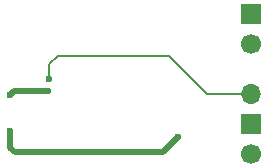
<source format=gbl>
G04 #@! TF.GenerationSoftware,KiCad,Pcbnew,8.0.5*
G04 #@! TF.CreationDate,2024-09-21T11:01:10+02:00*
G04 #@! TF.ProjectId,XC9148-breakout,58433931-3438-42d6-9272-65616b6f7574,rev?*
G04 #@! TF.SameCoordinates,Original*
G04 #@! TF.FileFunction,Copper,L2,Bot*
G04 #@! TF.FilePolarity,Positive*
%FSLAX46Y46*%
G04 Gerber Fmt 4.6, Leading zero omitted, Abs format (unit mm)*
G04 Created by KiCad (PCBNEW 8.0.5) date 2024-09-21 11:01:10*
%MOMM*%
%LPD*%
G01*
G04 APERTURE LIST*
G04 #@! TA.AperFunction,ComponentPad*
%ADD10C,1.700000*%
G04 #@! TD*
G04 #@! TA.AperFunction,ComponentPad*
%ADD11R,1.700000X1.700000*%
G04 #@! TD*
G04 #@! TA.AperFunction,ComponentPad*
%ADD12O,1.700000X1.700000*%
G04 #@! TD*
G04 #@! TA.AperFunction,ViaPad*
%ADD13C,0.600000*%
G04 #@! TD*
G04 #@! TA.AperFunction,Conductor*
%ADD14C,0.500000*%
G04 #@! TD*
G04 #@! TA.AperFunction,Conductor*
%ADD15C,0.200000*%
G04 #@! TD*
G04 APERTURE END LIST*
D10*
X117410000Y-66630000D03*
D11*
X117410000Y-64090000D03*
D12*
X117410000Y-61550000D03*
D10*
X117410000Y-57280000D03*
D11*
X117410000Y-54740000D03*
D13*
X100290000Y-61290000D03*
X97030000Y-61660000D03*
X111220000Y-65210000D03*
X97030000Y-64690000D03*
X100340000Y-60280000D03*
D14*
X111220000Y-65210000D02*
X109950000Y-66480000D01*
X109950000Y-66480000D02*
X97420000Y-66480000D01*
X97420000Y-66480000D02*
X97030000Y-66090000D01*
X97030000Y-66090000D02*
X97030000Y-64690000D01*
D15*
X100340000Y-60280000D02*
X100340000Y-59040000D01*
X100340000Y-59040000D02*
X101060000Y-58320000D01*
X101060000Y-58320000D02*
X110520000Y-58320000D01*
X110520000Y-58320000D02*
X113750000Y-61550000D01*
X113750000Y-61550000D02*
X117410000Y-61550000D01*
D14*
X97400000Y-61290000D02*
X100290000Y-61290000D01*
X97030000Y-61660000D02*
X97400000Y-61290000D01*
M02*

</source>
